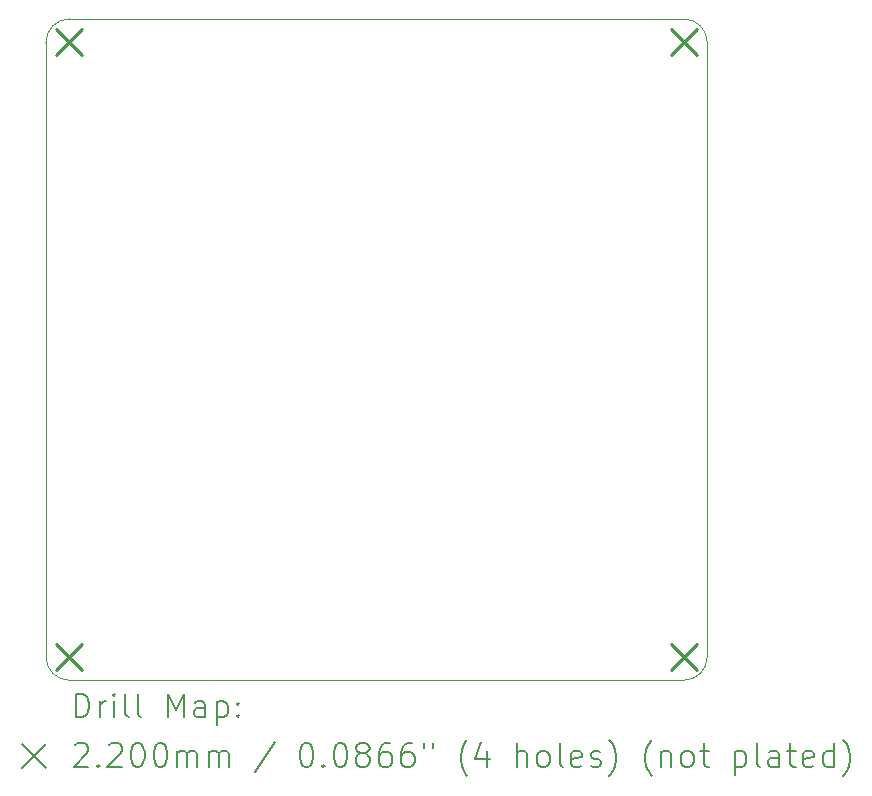
<source format=gbr>
%FSLAX45Y45*%
G04 Gerber Fmt 4.5, Leading zero omitted, Abs format (unit mm)*
G04 Created by KiCad (PCBNEW (6.0.0)) date 2022-01-13 15:12:21*
%MOMM*%
%LPD*%
G01*
G04 APERTURE LIST*
%TA.AperFunction,Profile*%
%ADD10C,0.050000*%
%TD*%
%ADD11C,0.200000*%
%ADD12C,0.220000*%
G04 APERTURE END LIST*
D10*
X13361000Y-12579000D02*
X18561000Y-12579000D01*
X13161000Y-12379000D02*
X13161000Y-7179000D01*
X18761000Y-12379000D02*
X18761000Y-7179000D01*
X18561000Y-12579000D02*
G75*
G03*
X18761000Y-12379000I0J200000D01*
G01*
X13161000Y-12379000D02*
G75*
G03*
X13361000Y-12579000I200000J0D01*
G01*
X13361000Y-6979000D02*
G75*
G03*
X13161000Y-7179000I0J-200000D01*
G01*
X18761000Y-7179000D02*
G75*
G03*
X18561000Y-6979000I-200000J0D01*
G01*
X13361000Y-6979000D02*
X18561000Y-6979000D01*
D11*
D12*
X13251000Y-7069000D02*
X13471000Y-7289000D01*
X13471000Y-7069000D02*
X13251000Y-7289000D01*
X13251000Y-12269000D02*
X13471000Y-12489000D01*
X13471000Y-12269000D02*
X13251000Y-12489000D01*
X18451000Y-7069000D02*
X18671000Y-7289000D01*
X18671000Y-7069000D02*
X18451000Y-7289000D01*
X18451000Y-12269000D02*
X18671000Y-12489000D01*
X18671000Y-12269000D02*
X18451000Y-12489000D01*
D11*
X13416119Y-12891976D02*
X13416119Y-12691976D01*
X13463738Y-12691976D01*
X13492309Y-12701500D01*
X13511357Y-12720548D01*
X13520881Y-12739595D01*
X13530405Y-12777690D01*
X13530405Y-12806262D01*
X13520881Y-12844357D01*
X13511357Y-12863405D01*
X13492309Y-12882452D01*
X13463738Y-12891976D01*
X13416119Y-12891976D01*
X13616119Y-12891976D02*
X13616119Y-12758643D01*
X13616119Y-12796738D02*
X13625643Y-12777690D01*
X13635167Y-12768167D01*
X13654214Y-12758643D01*
X13673262Y-12758643D01*
X13739928Y-12891976D02*
X13739928Y-12758643D01*
X13739928Y-12691976D02*
X13730405Y-12701500D01*
X13739928Y-12711024D01*
X13749452Y-12701500D01*
X13739928Y-12691976D01*
X13739928Y-12711024D01*
X13863738Y-12891976D02*
X13844690Y-12882452D01*
X13835167Y-12863405D01*
X13835167Y-12691976D01*
X13968500Y-12891976D02*
X13949452Y-12882452D01*
X13939928Y-12863405D01*
X13939928Y-12691976D01*
X14197071Y-12891976D02*
X14197071Y-12691976D01*
X14263738Y-12834833D01*
X14330405Y-12691976D01*
X14330405Y-12891976D01*
X14511357Y-12891976D02*
X14511357Y-12787214D01*
X14501833Y-12768167D01*
X14482786Y-12758643D01*
X14444690Y-12758643D01*
X14425643Y-12768167D01*
X14511357Y-12882452D02*
X14492309Y-12891976D01*
X14444690Y-12891976D01*
X14425643Y-12882452D01*
X14416119Y-12863405D01*
X14416119Y-12844357D01*
X14425643Y-12825310D01*
X14444690Y-12815786D01*
X14492309Y-12815786D01*
X14511357Y-12806262D01*
X14606595Y-12758643D02*
X14606595Y-12958643D01*
X14606595Y-12768167D02*
X14625643Y-12758643D01*
X14663738Y-12758643D01*
X14682786Y-12768167D01*
X14692309Y-12777690D01*
X14701833Y-12796738D01*
X14701833Y-12853881D01*
X14692309Y-12872929D01*
X14682786Y-12882452D01*
X14663738Y-12891976D01*
X14625643Y-12891976D01*
X14606595Y-12882452D01*
X14787548Y-12872929D02*
X14797071Y-12882452D01*
X14787548Y-12891976D01*
X14778024Y-12882452D01*
X14787548Y-12872929D01*
X14787548Y-12891976D01*
X14787548Y-12768167D02*
X14797071Y-12777690D01*
X14787548Y-12787214D01*
X14778024Y-12777690D01*
X14787548Y-12768167D01*
X14787548Y-12787214D01*
X12958500Y-13121500D02*
X13158500Y-13321500D01*
X13158500Y-13121500D02*
X12958500Y-13321500D01*
X13406595Y-13131024D02*
X13416119Y-13121500D01*
X13435167Y-13111976D01*
X13482786Y-13111976D01*
X13501833Y-13121500D01*
X13511357Y-13131024D01*
X13520881Y-13150071D01*
X13520881Y-13169119D01*
X13511357Y-13197690D01*
X13397071Y-13311976D01*
X13520881Y-13311976D01*
X13606595Y-13292929D02*
X13616119Y-13302452D01*
X13606595Y-13311976D01*
X13597071Y-13302452D01*
X13606595Y-13292929D01*
X13606595Y-13311976D01*
X13692309Y-13131024D02*
X13701833Y-13121500D01*
X13720881Y-13111976D01*
X13768500Y-13111976D01*
X13787548Y-13121500D01*
X13797071Y-13131024D01*
X13806595Y-13150071D01*
X13806595Y-13169119D01*
X13797071Y-13197690D01*
X13682786Y-13311976D01*
X13806595Y-13311976D01*
X13930405Y-13111976D02*
X13949452Y-13111976D01*
X13968500Y-13121500D01*
X13978024Y-13131024D01*
X13987548Y-13150071D01*
X13997071Y-13188167D01*
X13997071Y-13235786D01*
X13987548Y-13273881D01*
X13978024Y-13292929D01*
X13968500Y-13302452D01*
X13949452Y-13311976D01*
X13930405Y-13311976D01*
X13911357Y-13302452D01*
X13901833Y-13292929D01*
X13892309Y-13273881D01*
X13882786Y-13235786D01*
X13882786Y-13188167D01*
X13892309Y-13150071D01*
X13901833Y-13131024D01*
X13911357Y-13121500D01*
X13930405Y-13111976D01*
X14120881Y-13111976D02*
X14139928Y-13111976D01*
X14158976Y-13121500D01*
X14168500Y-13131024D01*
X14178024Y-13150071D01*
X14187548Y-13188167D01*
X14187548Y-13235786D01*
X14178024Y-13273881D01*
X14168500Y-13292929D01*
X14158976Y-13302452D01*
X14139928Y-13311976D01*
X14120881Y-13311976D01*
X14101833Y-13302452D01*
X14092309Y-13292929D01*
X14082786Y-13273881D01*
X14073262Y-13235786D01*
X14073262Y-13188167D01*
X14082786Y-13150071D01*
X14092309Y-13131024D01*
X14101833Y-13121500D01*
X14120881Y-13111976D01*
X14273262Y-13311976D02*
X14273262Y-13178643D01*
X14273262Y-13197690D02*
X14282786Y-13188167D01*
X14301833Y-13178643D01*
X14330405Y-13178643D01*
X14349452Y-13188167D01*
X14358976Y-13207214D01*
X14358976Y-13311976D01*
X14358976Y-13207214D02*
X14368500Y-13188167D01*
X14387548Y-13178643D01*
X14416119Y-13178643D01*
X14435167Y-13188167D01*
X14444690Y-13207214D01*
X14444690Y-13311976D01*
X14539928Y-13311976D02*
X14539928Y-13178643D01*
X14539928Y-13197690D02*
X14549452Y-13188167D01*
X14568500Y-13178643D01*
X14597071Y-13178643D01*
X14616119Y-13188167D01*
X14625643Y-13207214D01*
X14625643Y-13311976D01*
X14625643Y-13207214D02*
X14635167Y-13188167D01*
X14654214Y-13178643D01*
X14682786Y-13178643D01*
X14701833Y-13188167D01*
X14711357Y-13207214D01*
X14711357Y-13311976D01*
X15101833Y-13102452D02*
X14930405Y-13359595D01*
X15358976Y-13111976D02*
X15378024Y-13111976D01*
X15397071Y-13121500D01*
X15406595Y-13131024D01*
X15416119Y-13150071D01*
X15425643Y-13188167D01*
X15425643Y-13235786D01*
X15416119Y-13273881D01*
X15406595Y-13292929D01*
X15397071Y-13302452D01*
X15378024Y-13311976D01*
X15358976Y-13311976D01*
X15339928Y-13302452D01*
X15330405Y-13292929D01*
X15320881Y-13273881D01*
X15311357Y-13235786D01*
X15311357Y-13188167D01*
X15320881Y-13150071D01*
X15330405Y-13131024D01*
X15339928Y-13121500D01*
X15358976Y-13111976D01*
X15511357Y-13292929D02*
X15520881Y-13302452D01*
X15511357Y-13311976D01*
X15501833Y-13302452D01*
X15511357Y-13292929D01*
X15511357Y-13311976D01*
X15644690Y-13111976D02*
X15663738Y-13111976D01*
X15682786Y-13121500D01*
X15692309Y-13131024D01*
X15701833Y-13150071D01*
X15711357Y-13188167D01*
X15711357Y-13235786D01*
X15701833Y-13273881D01*
X15692309Y-13292929D01*
X15682786Y-13302452D01*
X15663738Y-13311976D01*
X15644690Y-13311976D01*
X15625643Y-13302452D01*
X15616119Y-13292929D01*
X15606595Y-13273881D01*
X15597071Y-13235786D01*
X15597071Y-13188167D01*
X15606595Y-13150071D01*
X15616119Y-13131024D01*
X15625643Y-13121500D01*
X15644690Y-13111976D01*
X15825643Y-13197690D02*
X15806595Y-13188167D01*
X15797071Y-13178643D01*
X15787548Y-13159595D01*
X15787548Y-13150071D01*
X15797071Y-13131024D01*
X15806595Y-13121500D01*
X15825643Y-13111976D01*
X15863738Y-13111976D01*
X15882786Y-13121500D01*
X15892309Y-13131024D01*
X15901833Y-13150071D01*
X15901833Y-13159595D01*
X15892309Y-13178643D01*
X15882786Y-13188167D01*
X15863738Y-13197690D01*
X15825643Y-13197690D01*
X15806595Y-13207214D01*
X15797071Y-13216738D01*
X15787548Y-13235786D01*
X15787548Y-13273881D01*
X15797071Y-13292929D01*
X15806595Y-13302452D01*
X15825643Y-13311976D01*
X15863738Y-13311976D01*
X15882786Y-13302452D01*
X15892309Y-13292929D01*
X15901833Y-13273881D01*
X15901833Y-13235786D01*
X15892309Y-13216738D01*
X15882786Y-13207214D01*
X15863738Y-13197690D01*
X16073262Y-13111976D02*
X16035167Y-13111976D01*
X16016119Y-13121500D01*
X16006595Y-13131024D01*
X15987548Y-13159595D01*
X15978024Y-13197690D01*
X15978024Y-13273881D01*
X15987548Y-13292929D01*
X15997071Y-13302452D01*
X16016119Y-13311976D01*
X16054214Y-13311976D01*
X16073262Y-13302452D01*
X16082786Y-13292929D01*
X16092309Y-13273881D01*
X16092309Y-13226262D01*
X16082786Y-13207214D01*
X16073262Y-13197690D01*
X16054214Y-13188167D01*
X16016119Y-13188167D01*
X15997071Y-13197690D01*
X15987548Y-13207214D01*
X15978024Y-13226262D01*
X16263738Y-13111976D02*
X16225643Y-13111976D01*
X16206595Y-13121500D01*
X16197071Y-13131024D01*
X16178024Y-13159595D01*
X16168500Y-13197690D01*
X16168500Y-13273881D01*
X16178024Y-13292929D01*
X16187548Y-13302452D01*
X16206595Y-13311976D01*
X16244690Y-13311976D01*
X16263738Y-13302452D01*
X16273262Y-13292929D01*
X16282786Y-13273881D01*
X16282786Y-13226262D01*
X16273262Y-13207214D01*
X16263738Y-13197690D01*
X16244690Y-13188167D01*
X16206595Y-13188167D01*
X16187548Y-13197690D01*
X16178024Y-13207214D01*
X16168500Y-13226262D01*
X16358976Y-13111976D02*
X16358976Y-13150071D01*
X16435167Y-13111976D02*
X16435167Y-13150071D01*
X16730405Y-13388167D02*
X16720881Y-13378643D01*
X16701833Y-13350071D01*
X16692309Y-13331024D01*
X16682786Y-13302452D01*
X16673262Y-13254833D01*
X16673262Y-13216738D01*
X16682786Y-13169119D01*
X16692309Y-13140548D01*
X16701833Y-13121500D01*
X16720881Y-13092929D01*
X16730405Y-13083405D01*
X16892310Y-13178643D02*
X16892310Y-13311976D01*
X16844690Y-13102452D02*
X16797071Y-13245310D01*
X16920881Y-13245310D01*
X17149452Y-13311976D02*
X17149452Y-13111976D01*
X17235167Y-13311976D02*
X17235167Y-13207214D01*
X17225643Y-13188167D01*
X17206595Y-13178643D01*
X17178024Y-13178643D01*
X17158976Y-13188167D01*
X17149452Y-13197690D01*
X17358976Y-13311976D02*
X17339929Y-13302452D01*
X17330405Y-13292929D01*
X17320881Y-13273881D01*
X17320881Y-13216738D01*
X17330405Y-13197690D01*
X17339929Y-13188167D01*
X17358976Y-13178643D01*
X17387548Y-13178643D01*
X17406595Y-13188167D01*
X17416119Y-13197690D01*
X17425643Y-13216738D01*
X17425643Y-13273881D01*
X17416119Y-13292929D01*
X17406595Y-13302452D01*
X17387548Y-13311976D01*
X17358976Y-13311976D01*
X17539929Y-13311976D02*
X17520881Y-13302452D01*
X17511357Y-13283405D01*
X17511357Y-13111976D01*
X17692310Y-13302452D02*
X17673262Y-13311976D01*
X17635167Y-13311976D01*
X17616119Y-13302452D01*
X17606595Y-13283405D01*
X17606595Y-13207214D01*
X17616119Y-13188167D01*
X17635167Y-13178643D01*
X17673262Y-13178643D01*
X17692310Y-13188167D01*
X17701833Y-13207214D01*
X17701833Y-13226262D01*
X17606595Y-13245310D01*
X17778024Y-13302452D02*
X17797071Y-13311976D01*
X17835167Y-13311976D01*
X17854214Y-13302452D01*
X17863738Y-13283405D01*
X17863738Y-13273881D01*
X17854214Y-13254833D01*
X17835167Y-13245310D01*
X17806595Y-13245310D01*
X17787548Y-13235786D01*
X17778024Y-13216738D01*
X17778024Y-13207214D01*
X17787548Y-13188167D01*
X17806595Y-13178643D01*
X17835167Y-13178643D01*
X17854214Y-13188167D01*
X17930405Y-13388167D02*
X17939929Y-13378643D01*
X17958976Y-13350071D01*
X17968500Y-13331024D01*
X17978024Y-13302452D01*
X17987548Y-13254833D01*
X17987548Y-13216738D01*
X17978024Y-13169119D01*
X17968500Y-13140548D01*
X17958976Y-13121500D01*
X17939929Y-13092929D01*
X17930405Y-13083405D01*
X18292310Y-13388167D02*
X18282786Y-13378643D01*
X18263738Y-13350071D01*
X18254214Y-13331024D01*
X18244690Y-13302452D01*
X18235167Y-13254833D01*
X18235167Y-13216738D01*
X18244690Y-13169119D01*
X18254214Y-13140548D01*
X18263738Y-13121500D01*
X18282786Y-13092929D01*
X18292310Y-13083405D01*
X18368500Y-13178643D02*
X18368500Y-13311976D01*
X18368500Y-13197690D02*
X18378024Y-13188167D01*
X18397071Y-13178643D01*
X18425643Y-13178643D01*
X18444690Y-13188167D01*
X18454214Y-13207214D01*
X18454214Y-13311976D01*
X18578024Y-13311976D02*
X18558976Y-13302452D01*
X18549452Y-13292929D01*
X18539929Y-13273881D01*
X18539929Y-13216738D01*
X18549452Y-13197690D01*
X18558976Y-13188167D01*
X18578024Y-13178643D01*
X18606595Y-13178643D01*
X18625643Y-13188167D01*
X18635167Y-13197690D01*
X18644690Y-13216738D01*
X18644690Y-13273881D01*
X18635167Y-13292929D01*
X18625643Y-13302452D01*
X18606595Y-13311976D01*
X18578024Y-13311976D01*
X18701833Y-13178643D02*
X18778024Y-13178643D01*
X18730405Y-13111976D02*
X18730405Y-13283405D01*
X18739929Y-13302452D01*
X18758976Y-13311976D01*
X18778024Y-13311976D01*
X18997071Y-13178643D02*
X18997071Y-13378643D01*
X18997071Y-13188167D02*
X19016119Y-13178643D01*
X19054214Y-13178643D01*
X19073262Y-13188167D01*
X19082786Y-13197690D01*
X19092310Y-13216738D01*
X19092310Y-13273881D01*
X19082786Y-13292929D01*
X19073262Y-13302452D01*
X19054214Y-13311976D01*
X19016119Y-13311976D01*
X18997071Y-13302452D01*
X19206595Y-13311976D02*
X19187548Y-13302452D01*
X19178024Y-13283405D01*
X19178024Y-13111976D01*
X19368500Y-13311976D02*
X19368500Y-13207214D01*
X19358976Y-13188167D01*
X19339929Y-13178643D01*
X19301833Y-13178643D01*
X19282786Y-13188167D01*
X19368500Y-13302452D02*
X19349452Y-13311976D01*
X19301833Y-13311976D01*
X19282786Y-13302452D01*
X19273262Y-13283405D01*
X19273262Y-13264357D01*
X19282786Y-13245310D01*
X19301833Y-13235786D01*
X19349452Y-13235786D01*
X19368500Y-13226262D01*
X19435167Y-13178643D02*
X19511357Y-13178643D01*
X19463738Y-13111976D02*
X19463738Y-13283405D01*
X19473262Y-13302452D01*
X19492310Y-13311976D01*
X19511357Y-13311976D01*
X19654214Y-13302452D02*
X19635167Y-13311976D01*
X19597071Y-13311976D01*
X19578024Y-13302452D01*
X19568500Y-13283405D01*
X19568500Y-13207214D01*
X19578024Y-13188167D01*
X19597071Y-13178643D01*
X19635167Y-13178643D01*
X19654214Y-13188167D01*
X19663738Y-13207214D01*
X19663738Y-13226262D01*
X19568500Y-13245310D01*
X19835167Y-13311976D02*
X19835167Y-13111976D01*
X19835167Y-13302452D02*
X19816119Y-13311976D01*
X19778024Y-13311976D01*
X19758976Y-13302452D01*
X19749452Y-13292929D01*
X19739929Y-13273881D01*
X19739929Y-13216738D01*
X19749452Y-13197690D01*
X19758976Y-13188167D01*
X19778024Y-13178643D01*
X19816119Y-13178643D01*
X19835167Y-13188167D01*
X19911357Y-13388167D02*
X19920881Y-13378643D01*
X19939929Y-13350071D01*
X19949452Y-13331024D01*
X19958976Y-13302452D01*
X19968500Y-13254833D01*
X19968500Y-13216738D01*
X19958976Y-13169119D01*
X19949452Y-13140548D01*
X19939929Y-13121500D01*
X19920881Y-13092929D01*
X19911357Y-13083405D01*
M02*

</source>
